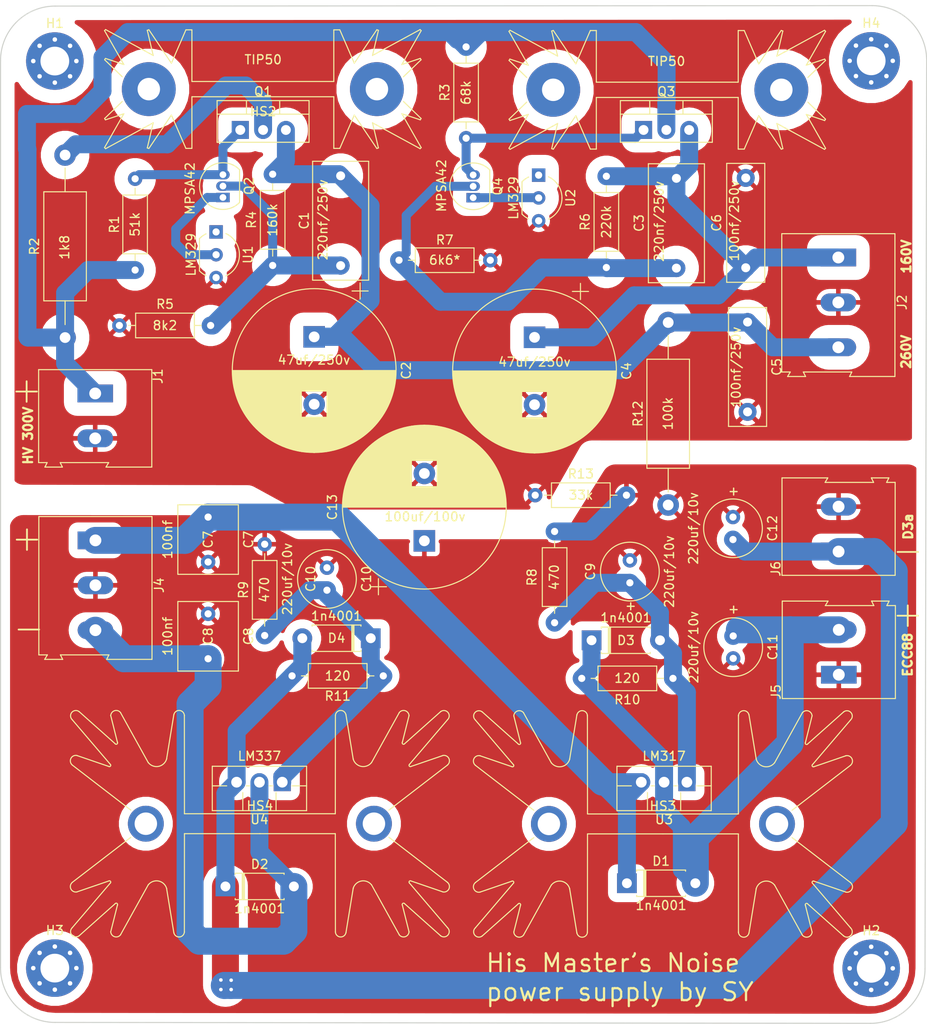
<source format=kicad_pcb>
(kicad_pcb (version 20210228) (generator pcbnew)
  (title_block (title "NMS PS") (date "2020-07-01") (rev "1.1"))
  (layers (0 "F.Cu" signal) (31 "B.Cu" signal) (34 "B.Paste" user) (35 "F.Paste" user) (36 "B.SilkS" user "B.Silkscreen") (37 "F.SilkS" user "F.Silkscreen") (38 "B.Mask" user) (39 "F.Mask" user) (44 "Edge.Cuts" user))
  (net 0 "")
  (net 1 "Net-(C1-Pad2)")
  (net 2 "Net-(C1-Pad1)")
  (net 3 "GND")
  (net 4 "Net-(C3-Pad2)")
  (net 5 "Net-(C3-Pad1)")
  (net 6 "Net-(C10-Pad1)")
  (net 7 "Net-(C7-Pad1)")
  (net 8 "Net-(C8-Pad2)")
  (net 9 "Net-(C9-Pad1)")
  (net 10 "Net-(C10-Pad2)")
  (net 11 "Net-(C11-Pad1)")
  (net 12 "Net-(C12-Pad2)")
  (net 13 "Net-(J1-Pad1)")
  (net 14 "Net-(Q1-Pad2)")
  (net 15 "Net-(Q1-Pad1)")
  (net 16 "Net-(Q2-Pad1)")
  (net 17 "Net-(Q3-Pad1)")
  (net 18 "Net-(Q4-Pad1)")
  (footprint "Capacitor_THT:C_Rect_L13.0mm_W6.0mm_P10.00mm_FKS3_FKP3_MKS4" (layer "F.Cu") (at 124.3076 46.7868 -90)
    (fp_text reference "C1" (at 4.99364 4.064 90) (layer "F.SilkS"))
    (fp_text value "220nf/250v" (at 4.89458 1.97612 90) (layer "F.SilkS"))
    (pad "1" thru_hole circle (at 0 0 270) (size 2 2) (drill 1) (layers *.Cu *.Mask) (net 2 "Net-(C1-Pad1)"))
    (pad "2" thru_hole circle (at 10 0 270) (size 2 2) (drill 1) (layers *.Cu *.Mask) (net 1 "Net-(C1-Pad2)"))
  )
  (footprint "Capacitor_THT:CP_Radial_D18.0mm_P7.50mm" (layer "F.Cu") (at 121.3612 64.7192 -90)
    (fp_text reference "C2" (at 3.75 -10.25 90) (layer "F.SilkS"))
    (fp_text value "47uf/250v" (at 2.57302 0.0254 180) (layer "F.SilkS"))
    (pad "1" thru_hole rect (at 0 0 270) (size 2.4 2.4) (drill 1.2) (layers *.Cu *.Mask) (net 2 "Net-(C1-Pad1)"))
    (pad "2" thru_hole circle (at 7.5 0 270) (size 2.4 2.4) (drill 1.2) (layers *.Cu *.Mask) (net 3 "GND"))
  )
  (footprint "Capacitor_THT:C_Rect_L13.0mm_W6.0mm_P10.00mm_FKS3_FKP3_MKS4" (layer "F.Cu") (at 161.6964 47.0662 -90)
    (fp_text reference "C3" (at 4.98094 4.1529 90) (layer "F.SilkS"))
    (fp_text value "220nf/250v" (at 4.79806 1.92024 90) (layer "F.SilkS"))
    (pad "1" thru_hole circle (at 0 0 270) (size 2 2) (drill 1) (layers *.Cu *.Mask) (net 5 "Net-(C3-Pad1)"))
    (pad "2" thru_hole circle (at 10 0 270) (size 2 2) (drill 1) (layers *.Cu *.Mask) (net 4 "Net-(C3-Pad2)"))
  )
  (footprint "Capacitor_THT:CP_Radial_D18.0mm_P7.50mm" (layer "F.Cu") (at 145.8976 64.77 -90)
    (fp_text reference "C4" (at 3.75 -10.25 90) (layer "F.SilkS"))
    (fp_text value "47uf/250v" (at 2.74828 0.01016 180) (layer "F.SilkS"))
    (pad "1" thru_hole rect (at 0 0 270) (size 2.4 2.4) (drill 1.2) (layers *.Cu *.Mask) (net 5 "Net-(C3-Pad1)"))
    (pad "2" thru_hole circle (at 7.5 0 270) (size 2.4 2.4) (drill 1.2) (layers *.Cu *.Mask) (net 3 "GND"))
  )
  (footprint "Capacitor_THT:C_Rect_L13.0mm_W4.0mm_P10.00mm_FKS3_FKP3_MKS4" (layer "F.Cu") (at 169.6212 63.0682 -90)
    (fp_text reference "C5" (at 5 -3.25 90) (layer "F.SilkS"))
    (fp_text value "100nf/250v" (at 5.01142 1.27762 90) (layer "F.SilkS"))
    (pad "1" thru_hole circle (at 0 0 270) (size 2 2) (drill 1) (layers *.Cu *.Mask) (net 2 "Net-(C1-Pad1)"))
    (pad "2" thru_hole circle (at 10 0 270) (size 2 2) (drill 1) (layers *.Cu *.Mask) (net 3 "GND"))
  )
  (footprint "Capacitor_THT:C_Rect_L7.5mm_W6.5mm_P5.00mm" (layer "F.Cu") (at 109.5502 84.7852 -90)
    (fp_text reference "C7" (at 2.5 -4.5 90) (layer "F.SilkS"))
    (fp_text value "100nf" (at 2.5 4.5 90) (layer "F.SilkS"))
    (fp_text user "${REFERENCE}" (at 2.5 0 90) (layer "F.SilkS"))
    (pad "1" thru_hole circle (at 0 0 270) (size 1.6 1.6) (drill 0.8) (layers *.Cu *.Mask) (net 7 "Net-(C7-Pad1)"))
    (pad "2" thru_hole circle (at 5 0 270) (size 1.6 1.6) (drill 0.8) (layers *.Cu *.Mask) (net 6 "Net-(C10-Pad1)"))
  )
  (footprint "Capacitor_THT:C_Rect_L7.5mm_W6.5mm_P5.00mm" (layer "F.Cu") (at 109.5502 95.5548 -90)
    (fp_text reference "C8" (at 2.5 -4.5 90) (layer "F.SilkS"))
    (fp_text value "100nf" (at 2.5 4.5 90) (layer "F.SilkS"))
    (fp_text user "${REFERENCE}" (at 2.5 0 90) (layer "F.SilkS"))
    (pad "1" thru_hole circle (at 0 0 270) (size 1.6 1.6) (drill 0.8) (layers *.Cu *.Mask) (net 6 "Net-(C10-Pad1)"))
    (pad "2" thru_hole circle (at 5 0 270) (size 1.6 1.6) (drill 0.8) (layers *.Cu *.Mask) (net 8 "Net-(C8-Pad2)"))
  )
  (footprint "Capacitor_THT:C_Radial_D6.3mm_H11.0mm_P2.50mm" (layer "F.Cu") (at 156.5148 92.1004 90)
    (fp_text reference "C9" (at 1.25 -4.4 90) (layer "F.SilkS"))
    (fp_text value "220uf/10v" (at 1.25 4.4 90) (layer "F.SilkS"))
    (pad "1" thru_hole circle (at 0 0 90) (size 1.6 1.6) (drill 0.8) (layers *.Cu *.Mask) (net 9 "Net-(C9-Pad1)"))
    (pad "2" thru_hole circle (at 2.5 0 90) (size 1.6 1.6) (drill 0.8) (layers *.Cu *.Mask) (net 6 "Net-(C10-Pad1)"))
  )
  (footprint "Capacitor_THT:C_Radial_D6.3mm_H11.0mm_P2.50mm" (layer "F.Cu") (at 122.7836 90.424 -90)
    (fp_text reference "C10" (at 1.25 -4.4 90) (layer "F.SilkS"))
    (fp_text value "220uf/10v" (at 1.25 4.4 90) (layer "F.SilkS"))
    (fp_text user "${REFERENCE}" (at 1.2446 1.81102 90) (layer "F.SilkS"))
    (pad "1" thru_hole circle (at 0 0 270) (size 1.6 1.6) (drill 0.8) (layers *.Cu *.Mask) (net 6 "Net-(C10-Pad1)"))
    (pad "2" thru_hole circle (at 2.5 0 270) (size 1.6 1.6) (drill 0.8) (layers *.Cu *.Mask) (net 10 "Net-(C10-Pad2)"))
  )
  (footprint "Capacitor_THT:C_Radial_D6.3mm_H11.0mm_P2.50mm" (layer "F.Cu") (at 167.9956 84.7852 -90)
    (fp_text reference "C12" (at 1.25 -4.4 90) (layer "F.SilkS"))
    (fp_text value "220uf/10v" (at 1.25 4.4 90) (layer "F.SilkS"))
    (pad "1" thru_hole circle (at 0 0 270) (size 1.6 1.6) (drill 0.8) (layers *.Cu *.Mask) (net 6 "Net-(C10-Pad1)"))
    (pad "2" thru_hole circle (at 2.5 0 270) (size 1.6 1.6) (drill 0.8) (layers *.Cu *.Mask) (net 12 "Net-(C12-Pad2)"))
  )
  (footprint "MountingHole:MountingHole_3.2mm_M3_Pad_Via" (layer "F.Cu") (at 183.388 33.9852)
    (fp_text reference "H4" (at 0 -4.2) (layer "F.SilkS"))
    (fp_text value "MountingHole")
    (pad "1" thru_hole circle (at 0 0) (size 6.4 6.4) (drill 3.2) (layers *.Cu *.Mask))
    (pad "1" thru_hole circle (at -1.697056 -1.697056) (size 0.8 0.8) (drill 0.5) (layers *.Cu *.Mask))
    (pad "1" thru_hole circle (at 2.4 0) (size 0.8 0.8) (drill 0.5) (layers *.Cu *.Mask))
    (pad "1" thru_hole circle (at 1.697056 -1.697056) (size 0.8 0.8) (drill 0.5) (layers *.Cu *.Mask))
    (pad "1" thru_hole circle (at -2.4 0) (size 0.8 0.8) (drill 0.5) (layers *.Cu *.Mask))
    (pad "1" thru_hole circle (at 0 -2.4) (size 0.8 0.8) (drill 0.5) (layers *.Cu *.Mask))
    (pad "1" thru_hole circle (at -1.697056 1.697056) (size 0.8 0.8) (drill 0.5) (layers *.Cu *.Mask))
    (pad "1" thru_hole circle (at 1.697056 1.697056) (size 0.8 0.8) (drill 0.5) (layers *.Cu *.Mask))
    (pad "1" thru_hole circle (at 0 2.4) (size 0.8 0.8) (drill 0.5) (layers *.Cu *.Mask))
  )
  (footprint "Heatsink:Heatsink_Fischer_SK104-STC-STIC_35x13mm_2xDrill2.5mm" (layer "F.Cu") (at 160.6804 37.211)
    (fp_text reference "HS1")
    (fp_text value "Heatsink")
    (pad "1" thru_hole circle (at 12.7 0) (size 6 6) (drill 2.5) (layers *.Cu *.Mask))
    (pad "1" thru_hole circle (at -12.7 0 180) (size 6 6) (drill 2.5) (layers *.Cu *.Mask))
  )
  (footprint "TerminalBlock:TerminalBlock_Altech_AK300-3_P5.00mm" (layer "F.Cu") (at 179.73 55.88 -90)
    (fp_text reference "J2" (at 5 -7.1 90) (layer "F.SilkS"))
    (fp_text value "Conn_01x03_Male" hide)
    (pad "1" thru_hole rect (at 0 0 270) (size 1.98 3.96) (drill 1.32) (layers *.Cu *.Mask) (net 5 "Net-(C3-Pad1)"))
    (pad "2" thru_hole oval (at 5 0 270) (size 1.98 3.96) (drill 1.32) (layers *.Cu *.Mask) (net 3 "GND"))
    (pad "3" thru_hole oval (at 10 0 270) (size 1.98 3.96) (drill 1.32) (layers *.Cu *.Mask) (net 2 "Net-(C1-Pad1)"))
  )
  (footprint "TerminalBlock:TerminalBlock_Altech_AK300-3_P5.00mm" (layer "F.Cu") (at 97.0026 87.376 -90)
    (fp_text reference "J4" (at 5 -7.1 90) (layer "F.SilkS"))
    (fp_text value "Conn_01x03_Male" hide)
    (pad "1" thru_hole rect (at 0 0 270) (size 1.98 3.96) (drill 1.32) (layers *.Cu *.Mask) (net 7 "Net-(C7-Pad1)"))
    (pad "2" thru_hole oval (at 5 0 270) (size 1.98 3.96) (drill 1.32) (layers *.Cu *.Mask) (net 6 "Net-(C10-Pad1)"))
    (pad "3" thru_hole oval (at 10 0 270) (size 1.98 3.96) (drill 1.32) (layers *.Cu *.Mask) (net 8 "Net-(C8-Pad2)"))
  )
  (footprint "TerminalBlock:TerminalBlock_Altech_AK300-2_P5.00mm" (layer "F.Cu") (at 179.7812 102.3366 90)
    (fp_text reference "J5" (at -1.92 -6.99 90) (layer "F.SilkS"))
    (fp_text value "ECC88" (at 2.2266 7.6688 90) (layer "F.SilkS") (effects (font (thickness 0.25))))
    (pad "1" thru_hole rect (at 0 0 90) (size 1.98 3.96) (drill 1.32) (layers *.Cu *.Mask) (net 6 "Net-(C10-Pad1)"))
    (pad "2" thru_hole oval (at 5 0 90) (size 1.98 3.96) (drill 1.32) (layers *.Cu *.Mask) (net 11 "Net-(C11-Pad1)"))
  )
  (footprint "TerminalBlock:TerminalBlock_Altech_AK300-2_P5.00mm" (layer "F.Cu") (at 179.7558 88.6206 90)
    (fp_text reference "J6" (at -1.92 -6.99 90) (layer "F.SilkS"))
    (fp_text value "D3a" (at 2.78 7.75 90) (layer "F.SilkS") (effects (font (thickness 0.25))))
    (pad "1" thru_hole rect (at 0 0 90) (size 1.98 3.96) (drill 1.32) (layers *.Cu *.Mask) (net 12 "Net-(C12-Pad2)"))
    (pad "2" thru_hole oval (at 5 0 90) (size 1.98 3.96) (drill 1.32) (layers *.Cu *.Mask) (net 6 "Net-(C10-Pad1)"))
  )
  (footprint "Package_TO_SOT_THT:TO-92_Inline" (layer "F.Cu") (at 111.2012 49.1998 90)
    (fp_text reference "Q2" (at 1.28524 2.92354 90) (layer "F.SilkS"))
    (fp_text value "MPSA42" (at 1.00076 -3.66268 90) (layer "F.SilkS"))
    (pad "1" thru_hole rect (at 0 0 90) (size 1.05 1.5) (drill 0.75) (layers *.Cu *.Mask) (net 16 "Net-(Q2-Pad1)"))
    (pad "2" thru_hole oval (at 1.27 0 90) (size 1.05 1.5) (drill 0.75) (layers *.Cu *.Mask) (net 1 "Net-(C1-Pad2)"))
    (pad "3" thru_hole oval (at 2.54 0 90) (size 1.05 1.5) (drill 0.75) (layers *.Cu *.Mask) (net 15 "Net-(Q1-Pad1)"))
  )
  (footprint "Package_TO_SOT_THT:TO-92_Inline" (layer "F.Cu") (at 139.065 49.2252 90)
    (fp_text reference "Q4" (at 1.2573 2.72542 90) (layer "F.SilkS"))
    (fp_text value "MPSA42" (at 1.33604 -3.52552 90) (layer "F.SilkS"))
    (pad "1" thru_hole rect (at 0 0 90) (size 1.05 1.5) (drill 0.75) (layers *.Cu *.Mask) (net 18 "Net-(Q4-Pad1)"))
    (pad "2" thru_hole oval (at 1.27 0 90) (size 1.05 1.5) (drill 0.75) (layers *.Cu *.Mask) (net 4 "Net-(C3-Pad2)"))
    (pad "3" thru_hole oval (at 2.54 0 90) (size 1.05 1.5) (drill 0.75) (layers *.Cu *.Mask) (net 17 "Net-(Q3-Pad1)"))
  )
  (footprint "Resistor_THT:R_Axial_DIN0207_L6.3mm_D2.5mm_P10.16mm_Horizontal" (layer "F.Cu") (at 138.2776 42.5958 90)
    (fp_text reference "R3" (at 5.08 -2.37 90) (layer "F.SilkS"))
    (fp_text value "68k" (at 5.06222 -0.00762 90) (layer "F.SilkS"))
    (pad "1" thru_hole circle (at 0 0 90) (size 1.6 1.6) (drill 0.8) (layers *.Cu *.Mask) (net 17 "Net-(Q3-Pad1)"))
    (pad "2" thru_hole oval (at 10.16 0 90) (size 1.6 1.6) (drill 0.8) (layers *.Cu *.Mask) (net 13 "Net-(J1-Pad1)"))
  )
  (footprint "Resistor_THT:R_Axial_DIN0207_L6.3mm_D2.5mm_P10.16mm_Horizontal" (layer "F.Cu") (at 116.7384 56.769 90)
    (fp_text reference "R4" (at 5.08 -2.37 90) (layer "F.SilkS"))
    (fp_text value "160k" (at 5.07238 -0.00762 90) (layer "F.SilkS"))
    (pad "1" thru_hole circle (at 0 0 90) (size 1.6 1.6) (drill 0.8) (layers *.Cu *.Mask) (net 1 "Net-(C1-Pad2)"))
    (pad "2" thru_hole oval (at 10.16 0 90) (size 1.6 1.6) (drill 0.8) (layers *.Cu *.Mask) (net 2 "Net-(C1-Pad1)"))
  )
  (footprint "Resistor_THT:R_Axial_DIN0207_L6.3mm_D2.5mm_P10.16mm_Horizontal" (layer "F.Cu") (at 99.6696 63.4492)
    (fp_text reference "R5" (at 5.08 -2.37) (layer "F.SilkS"))
    (fp_text value "8k2" (at 5.07238 0.00508) (layer "F.SilkS"))
    (pad "1" thru_hole circle (at 0 0) (size 1.6 1.6) (drill 0.8) (layers *.Cu *.Mask) (net 3 "GND"))
    (pad "2" thru_hole oval (at 10.16 0) (size 1.6 1.6) (drill 0.8) (layers *.Cu *.Mask) (net 1 "Net-(C1-Pad2)"))
  )
  (footprint "Resistor_THT:R_Axial_DIN0207_L6.3mm_D2.5mm_P10.16mm_Horizontal" (layer "F.Cu") (at 153.8986 56.9976 90)
    (fp_text reference "R6" (at 5.08 -2.37 90) (layer "F.SilkS"))
    (fp_text value "220k" (at 5.08254 0.00762 90) (layer "F.SilkS"))
    (pad "1" thru_hole circle (at 0 0 90) (size 1.6 1.6) (drill 0.8) (layers *.Cu *.Mask) (net 4 "Net-(C3-Pad2)"))
    (pad "2" thru_hole oval (at 10.16 0 90) (size 1.6 1.6) (drill 0.8) (layers *.Cu *.Mask) (net 5 "Net-(C3-Pad1)"))
  )
  (footprint "Resistor_THT:R_Axial_DIN0207_L6.3mm_D2.5mm_P10.16mm_Horizontal" (layer "F.Cu") (at 140.97 56.1848 180)
    (fp_text reference "R7" (at 5.07238 2.25806) (layer "F.SilkS"))
    (fp_text value "6k6*" (at 5.07746 0.01524) (layer "F.SilkS"))
    (pad "1" thru_hole circle (at 0 0 180) (size 1.6 1.6) (drill 0.8) (layers *.Cu *.Mask) (net 3 "GND"))
    (pad "2" thru_hole oval (at 10.16 0 180) (size 1.6 1.6) (drill 0.8) (layers *.Cu *.Mask) (net 4 "Net-(C3-Pad2)"))
  )
  (footprint "Resistor_THT:R_Axial_DIN0207_L6.3mm_D2.5mm_P10.16mm_Horizontal" (layer "F.Cu") (at 115.8494 97.9678 90)
    (fp_text reference "R9" (at 5.08 -2.37 90) (layer "F.SilkS"))
    (fp_text value "470" (at 5.09524 -0.0254 90) (layer "F.SilkS"))
    (pad "1" thru_hole circle (at 0 0 90) (size 1.6 1.6) (drill 0.8) (layers *.Cu *.Mask) (net 10 "Net-(C10-Pad2)"))
    (pad "2" thru_hole oval (at 10.16 0 90) (size 1.6 1.6) (drill 0.8) (layers *.Cu *.Mask) (net 6 "Net-(C10-Pad1)"))
  )
  (footprint "Package_TO_SOT_THT:TO-92_Inline_Wide" (layer "F.Cu") (at 146.3548 46.7106 -90)
    (fp_text reference "U2" (at 2.54 -3.56 90) (layer "F.SilkS"))
    (fp_text value "LM329" (at 2.54 2.79 90) (layer "F.SilkS"))
    (pad "1" thru_hole rect (at 0 0) (size 1.5 1.5) (drill 0.8) (layers *.Cu *.Mask))
    (pad "2" thru_hole circle (at 2.54 0) (size 1.5 1.5) (drill 0.8) (layers *.Cu *.Mask) (net 18 "Net-(Q4-Pad1)"))
    (pad "3" thru_hole circle (at 5.08 0) (size 1.5 1.5) (drill 0.8) (layers *.Cu *.Mask) (net 3 "GND"))
  )
  (footprint "Resistor_THT:R_Axial_DIN0207_L6.3mm_D2.5mm_P10.16mm_Horizontal" (layer "F.Cu") (at 148.1328 86.3854 -90)
    (fp_text reference "R8" (at 5.09778 2.52476 90) (layer "F.SilkS"))
    (fp_text value "470" (at 5.09778 0.03556 90) (layer "F.SilkS"))
    (pad "1" thru_hole circle (at 0 0 270) (size 1.6 1.6) (drill 0.8) (layers *.Cu *.Mask) (net 6 "Net-(C10-Pad1)"))
    (pad "2" thru_hole oval (at 10.16 0 270) (size 1.6 1.6) (drill 0.8) (layers *.Cu *.Mask) (net 9 "Net-(C9-Pad1)"))
  )
  (footprint "Package_TO_SOT_THT:TO-92_Inline_Wide" (layer "F.Cu") (at 110.4392 53.0352 -90)
    (fp_text reference "U1" (at 2.54 -3.56 90) (layer "F.SilkS"))
    (fp_text value "LM329" (at 2.52984 2.794 90) (layer "F.SilkS"))
    (pad "1" thru_hole rect (at 0 0) (size 1.5 1.5) (drill 0.8) (layers *.Cu *.Mask))
    (pad "2" thru_hole circle (at 2.54 0) (size 1.5 1.5) (drill 0.8) (layers *.Cu *.Mask) (net 16 "Net-(Q2-Pad1)"))
    (pad "3" thru_hole circle (at 5.08 0) (size 1.5 1.5) (drill 0.8) (layers *.Cu *.Mask) (net 3 "GND"))
  )
  (footprint "TerminalBlock:TerminalBlock_Altech_AK300-2_P5.00mm" (layer "F.Cu") (at 96.9772 71.0184 -90)
    (fp_text reference "J1" (at -1.92 -6.99 90) (layer "F.SilkS"))
    (fp_text value "HV 300V" (at 4.6916 7.4772 90) (layer "F.SilkS") (effects (font (thickness 0.25))))
    (pad "1" thru_hole rect (at 0 0 270) (size 1.98 3.96) (drill 1.32) (layers *.Cu *.Mask) (net 13 "Net-(J1-Pad1)"))
    (pad "2" thru_hole oval (at 5 0 270) (size 1.98 3.96) (drill 1.32) (layers *.Cu *.Mask) (net 3 "GND"))
  )
  (footprint "Heatsink:Heatsink_Fischer_SK104-STC-STIC_35x13mm_2xDrill2.5mm" (layer "F.Cu") (at 115.6462 37.1348 180)
    (fp_text reference "HS2" (at -0.025 -2.5) (layer "F.SilkS"))
    (fp_text value "Heatsink")
    (pad "1" thru_hole circle (at -12.7 0) (size 6 6) (drill 2.5) (layers *.Cu *.Mask))
    (pad "1" thru_hole circle (at 12.7 0 180) (size 6 6) (drill 2.5) (layers *.Cu *.Mask))
  )
  (footprint "Package_TO_SOT_THT:TO-220-3_Vertical" (layer "F.Cu") (at 158.0388 41.6814)
    (fp_text reference "Q3" (at 2.54 -4.27) (layer "F.SilkS"))
    (fp_text value "TIP50" (at 2.5654 -7.64286) (layer "F.SilkS"))
    (pad "1" thru_hole rect (at 0 0) (size 1.905 2) (drill 1.1) (layers *.Cu *.Mask) (net 17 "Net-(Q3-Pad1)"))
    (pad "2" thru_hole oval (at 2.54 0) (size 1.905 2) (drill 1.1) (layers *.Cu *.Mask) (net 13 "Net-(J1-Pad1)"))
    (pad "3" thru_hole oval (at 5.08 0) (size 1.905 2) (drill 1.1) (layers *.Cu *.Mask) (net 5 "Net-(C3-Pad1)"))
  )
  (footprint "Capacitor_THT:C_Radial_D6.3mm_H11.0mm_P2.50mm" (layer "F.Cu") (at 168.021 98.0186 -90)
    (fp_text reference "C11" (at 1.25 -4.4 90) (layer "F.SilkS"))
    (fp_text value "220uf/10v" (at 1.25 4.4 90) (layer "F.SilkS"))
    (pad "1" thru_hole circle (at 0 0 270) (size 1.6 1.6) (drill 0.8) (layers *.Cu *.Mask) (net 11 "Net-(C11-Pad1)"))
    (pad "2" thru_hole circle (at 2.5 0 270) (size 1.6 1.6) (drill 0.8) (layers *.Cu *.Mask) (net 6 "Net-(C10-Pad1)"))
  )
  (footprint "Diode_THT:D_DO-41_SOD81_P7.62mm_Horizontal" (layer "F.Cu") (at 111.4806 125.9078)
    (fp_text reference "D2" (at 3.81 -2.47) (layer "F.SilkS"))
    (fp_text value "1n4001" (at 3.81 2.47) (layer "F.SilkS"))
    (pad "1" thru_hole rect (at 0 0) (size 2.2 2.2) (drill 1.1) (layers *.Cu *.Mask) (net 12 "Net-(C12-Pad2)"))
    (pad "2" thru_hole oval (at 7.62 0) (size 2.2 2.2) (drill 1.1) (layers *.Cu *.Mask) (net 8 "Net-(C8-Pad2)"))
  )
  (footprint "Diode_THT:D_DO-41_SOD81_P7.62mm_Horizontal" (layer "F.Cu") (at 156.1846 125.5522)
    (fp_text reference "D1" (at 3.81 -2.47) (layer "F.SilkS"))
    (fp_text value "1n4001" (at 3.81 2.47) (layer "F.SilkS"))
    (pad "1" thru_hole rect (at 0 0) (size 2.2 2.2) (drill 1.1) (layers *.Cu *.Mask) (net 7 "Net-(C7-Pad1)"))
    (pad "2" thru_hole oval (at 7.62 0) (size 2.2 2.2) (drill 1.1) (layers *.Cu *.Mask) (net 11 "Net-(C11-Pad1)"))
  )
  (footprint "Heatsink:Heatsink_Fischer_SK129-STS_42x25mm_2xDrill2.5mm" (layer "F.Cu") (at 160.1978 118.9482)
    (fp_text reference "HS3" (at 0 -2) (layer "F.SilkS"))
    (fp_text value "Heatsink")
    (pad "1" thru_hole circle (at 12.7 0) (size 4 4) (drill 2.5) (layers *.Cu *.Mask))
    (pad "1" thru_hole circle (at -12.7 0 180) (size 4 4) (drill 2.5) (layers *.Cu *.Mask))
  )
  (footprint "Package_TO_SOT_THT:TO-220F-3_Vertical" (layer "F.Cu") (at 117.8052 114.3 180)
    (fp_text reference "U4" (at 2.54 -4.1675) (layer "F.SilkS"))
    (fp_text value "LM337" (at 2.54 2.9025) (layer "F.SilkS"))
    (pad "1" thru_hole rect (at 0 0 180) (size 1.905 2) (drill 1.2) (layers *.Cu *.Mask) (net 10 "Net-(C10-Pad2)"))
    (pad "2" thru_hole oval (at 2.54 0 180) (size 1.905 2) (drill 1.2) (layers *.Cu *.Mask) (net 8 "Net-(C8-Pad2)"))
    (pad "3" thru_hole oval (at 5.08 0 180) (size 1.905 2) (drill 1.2) (layers *.Cu *.Mask) (net 12 "Net-(C12-Pad2)"))
  )
  (footprint "Package_TO_SOT_THT:TO-220F-3_Vertical" (layer "F.Cu") (at 162.8648 114.3 180)
    (fp_text reference "U3" (at 2.54 -4.1675) (layer "F.SilkS"))
    (fp_text value "LM317" (at 2.54 2.9025) (layer "F.SilkS"))
    (pad "1" thru_hole rect (at 0 0 180) (size 1.905 2) (drill 1.2) (layers *.Cu *.Mask) (net 9 "Net-(C9-Pad1)"))
    (pad "2" thru_hole oval (at 2.54 0 180) (size 1.905 2) (drill 1.2) (layers *.Cu *.Mask) (net 11 "Net-(C11-Pad1)"))
    (pad "3" thru_hole oval (at 5.08 0 180) (size 1.905 2) (drill 1.2) (layers *.Cu *.Mask) (net 7 "Net-(C7-Pad1)"))
  )
  (footprint "Resistor_THT:R_Axial_DIN0207_L6.3mm_D2.5mm_P10.16mm_Horizontal" (layer "F.Cu") (at 118.8974 102.4636)
    (fp_text reference "R11" (at 5.08762 2.25044) (layer "F.SilkS"))
    (fp_text value "120" (at 5.08762 0) (layer "F.SilkS"))
    (pad "1" thru_hole circle (at 0 0) (size 1.6 1.6) (drill 0.8) (layers *.Cu *.Mask) (net 12 "Net-(C12-Pad2)"))
    (pad "2" thru_hole oval (at 10.16 0) (size 1.6 1.6) (drill 0.8) (layers *.Cu *.Mask) (net 10 "Net-(C10-Pad2)"))
  )
  (footprint "Diode_THT:D_DO-41_SOD81_P7.62mm_Horizontal" (layer "F.Cu") (at 127.6604 98.2726 180)
    (fp_text reference "D4" (at 3.80746 0.00762) (layer "F.SilkS"))
    (fp_text value "1n4001" (at 3.81 2.47) (layer "F.SilkS"))
    (pad "1" thru_hole rect (at 0 0 180) (size 2.2 2.2) (drill 1.1) (layers *.Cu *.Mask) (net 10 "Net-(C10-Pad2)"))
    (pad "2" thru_hole oval (at 7.62 0 180) (size 2.2 2.2) (drill 1.1) (layers *.Cu *.Mask) (net 12 "Net-(C12-Pad2)"))
  )
  (footprint "Resistor_THT:R_Axial_DIN0207_L6.3mm_D2.5mm_P10.16mm_Horizontal" (layer "F.Cu") (at 161.3154 102.743 180)
    (fp_text reference "R10" (at 5.08 -2.37) (layer "F.SilkS"))
    (fp_text value "120" (at 5.0927 0.02032) (layer "F.SilkS"))
    (pad "1" thru_hole circle (at 0 0 180) (size 1.6 1.6) (drill 0.8) (layers *.Cu *.Mask) (net 9 "Net-(C9-Pad1)"))
    (pad "2" thru_hole oval (at 10.16 0 180) (size 1.6 1.6) (drill 0.8) (layers *.Cu *.Mask) (net 11 "Net-(C11-Pad1)"))
  )
  (footprint "MountingHole:MountingHole_3.2mm_M3_Pad_Via" (layer "F.Cu") (at 92.4814 34.0106)
    (fp_text reference "H1" (at 0 -4.2) (layer "F.SilkS"))
    (fp_text value "MountingHole")
    (pad "1" thru_hole circle (at 1.697056 1.697056) (size 0.8 0.8) (drill 0.5) (layers *.Cu *.Mask))
    (pad "1" thru_hole circle (at 0 0) (size 6.4 6.4) (drill 3.2) (layers *.Cu *.Mask))
    (pad "1" thru_hole circle (at 1.697056 -1.697056) (size 0.8 0.8) (drill 0.5) (layers *.Cu *.Mask))
    (pad "1" thru_hole circle (at -1.697056 -1.697056) (size 0.8 0.8) (drill 0.5) (layers *.Cu *.Mask))
    (pad "1" thru_hole circle (at 0 -2.4) (size 0.8 0.8) (drill 0.5) (layers *.Cu *.Mask))
    (pad "1" thru_hole circle (at 2.4 0) (size 0.8 0.8) (drill 0.5) (layers *.Cu *.Mask))
    (pad "1" thru_hole circle (at -1.697056 1.697056) (size 0.8 0.8) (drill 0.5) (layers *.Cu *.Mask))
    (pad "1" thru_hole circle (at 0 2.4) (size 0.8 0.8) (drill 0.5) (layers *.Cu *.Mask))
    (pad "1" thru_hole circle (at -2.4 0) (size 0.8 0.8) (drill 0.5) (layers *.Cu *.Mask))
  )
  (footprint "MountingHole:MountingHole_3.2mm_M3_Pad_Via" (layer "F.Cu") (at 92.4814 135.001)
    (fp_text reference "H3" (at 0 -4.2) (layer "F.SilkS"))
    (fp_text value "MountingHole")
    (pad "1" thru_hole circle (at 0 2.4) (size 0.8 0.8) (drill 0.5) (layers *.Cu *.Mask))
    (pad "1" thru_hole circle (at 0 0) (size 6.4 6.4) (drill 3.2) (layers *.Cu *.Mask))
    (pad "1" thru_hole circle (at 2.4 0) (size 0.8 0.8) (drill 0.5) (layers *.Cu *.Mask))
    (pad "1" thru_hole circle (at 1.697056 1.697056) (size 0.8 0.8) (drill 0.5) (layers *.Cu *.Mask))
    (pad "1" thru_hole circle (at 1.697056 -1.697056) (size 0.8 0.8) (drill 0.5) (layers *.Cu *.Mask))
    (pad "1" thru_hole circle (at 0 -2.4) (size 0.8 0.8) (drill 0.5) (layers *.Cu *.Mask))
    (pad "1" thru_hole circle (at -2.4 0) (size 0.8 0.8) (drill 0.5) (layers *.Cu *.Mask))
    (pad "1" thru_hole circle (at -1.697056 -1.697056) (size 0.8 0.8) (drill 0.5) (layers *.Cu *.Mask))
    (pad "1" thru_hole circle (at -1.697056 1.697056) (size 0.8 0.8) (drill 0.5) (layers *.Cu *.Mask))
  )
  (footprint "MountingHole:MountingHole_3.2mm_M3_Pad_Via" (layer "F.Cu") (at 183.388 135.0264)
    (fp_text reference "H2" (at 0 -4.2) (layer "F.SilkS"))
    (fp_text value "MountingHole")
    (pad "1" thru_hole circle (at 0 -2.4) (size 0.8 0.8) (drill 0.5) (layers *.Cu *.Mask))
    (pad "1" thru_hole circle (at -1.697056 1.697056) (size 0.8 0.8) (drill 0.5) (layers *.Cu *.Mask))
    (pad "1" thru_hole circle (at -2.4 0) (size 0.8 0.8) (drill 0.5) (layers *.Cu *.Mask))
    (pad "1" thru_hole circle (at 0 0) (size 6.4 6.4) (drill 3.2) (layers *.Cu *.Mask))
    (pad "1" thru_hole circle (at 0 2.4) (size 0.8 0.8) (drill 0.5) (layers *.Cu *.Mask))
    (pad "1" thru_hole circle (at 2.4 0) (size 0.8 0.8) (drill 0.5) (layers *.Cu *.Mask))
    (pad "1" thru_hole circle (at 1.697056 1.697056) (size 0.8 0.8) (drill 0.5) (layers *.Cu *.Mask))
    (pad "1" thru_hole circle (at 1.697056 -1.697056) (size 0.8 0.8) (drill 0.5) (layers *.Cu *.Mask))
    (pad "1" thru_hole circle (at -1.697056 -1.697056) (size 0.8 0.8) (drill 0.5) (layers *.Cu *.Mask))
  )
  (footprint "Capacitor_THT:CP_Radial_D18.0mm_P7.50mm" (layer "F.Cu") (at 133.6294 87.4268 90)
    (fp_text reference "C13" (at 3.75 -10.25 90) (layer "F.SilkS"))
    (fp_text value "100uf/100v" (at 2.68224 0.0762 180) (layer "F.SilkS"))
    (pad "1" thru_hole rect (at 0 0 90) (size 2.4 2.4) (drill 1.2) (layers *.Cu *.Mask) (net 6 "Net-(C10-Pad1)"))
    (pad "2" thru_hole circle (at 7.5 0 90) (size 2.4 2.4) (drill 1.2) (layers *.Cu *.Mask) (net 3 "GND"))
  )
  (footprint "Resistor_THT:R_Axial_DIN0414_L11.9mm_D4.5mm_P20.32mm_Horizontal" (layer "F.Cu") (at 160.782 83.439 90)
    (fp_text reference "R12" (at 10.16 -3.37 90) (layer "F.SilkS"))
    (fp_text value "100k" (at 10.17778 -0.0127 90) (layer "F.SilkS"))
    (pad "1" thru_hole circle (at 0 0 90) (size 2.4 2.4) (drill 1.2) (layers *.Cu *.Mask) (net 6 "Net-(C10-Pad1)"))
    (pad "2" thru_hole oval (at 20.32 0 90) (size 2.4 2.4) (drill 1.2) (layers *.Cu *.Mask) (net 2 "Net-(C1-Pad1)"))
  )
  (footprint "Resistor_THT:R_Axial_DIN0207_L6.3mm_D2.5mm_P10.16mm_Horizontal" (layer "F.Cu") (at 145.9738 82.3468)
    (fp_text reference "R13" (at 5.08 -2.37) (layer "F.SilkS"))
    (fp_text value "33k" (at 5.09778 -0.00762) (layer "F.SilkS"))
    (pad "1" thru_hole circle (at 0 0) (size 1.6 1.6) (drill 0.8) (layers *.Cu *.Mask) (net 3 "GND"))
    (pad "2" thru_hole oval (at 10.16 0) (size 1.6 1.6) (drill 0.8) (layers *.Cu *.Mask) (net 6 "Net-(C10-Pad1)"))
  )
  (footprint "Diode_THT:D_DO-41_SOD81_P7.62mm_Horizontal" (layer "F.Cu") (at 152.2476 98.5012)
    (fp_text reference "D3" (at 3.82778 0.01524) (layer "F.SilkS"))
    (fp_text value "1n4001" (at 3.82778 -2.51206) (layer "F.SilkS"))
    (pad "1" thru_hole rect (at 0 0) (size 2.2 2.2) (drill 1.1) (layers *.Cu *.Mask) (net 11 "Net-(C11-Pad1)"))
    (pad "2" thru_hole oval (at 7.62 0) (size 2.2 2.2) (drill 1.1) (layers *.Cu *.Mask) (net 9 "Net-(C9-Pad1)"))
  )
  (footprint "Heatsink:Heatsink_Fischer_SK129-STS_42x25mm_2xDrill2.5mm" (layer "F.Cu") (at 115.316 118.9228)
    (fp_text reference "HS4" (at 0 -2) (layer "F.SilkS"))
    (fp_text value "Heatsink")
    (pad "1" thru_hole circle (at -12.7 0 180) (size 4 4) (drill 2.5) (layers *.Cu *.Mask))
    (pad "1" thru_hole circle (at 12.7 0) (size 4 4) (drill 2.5) (layers *.Cu *.Mask))
  )
  (footprint "Resistor_THT:R_Axial_DIN0414_L11.9mm_D4.5mm_P20.32mm_Horizontal" (layer "F.Cu") (at 93.6244 44.4754 -90)
    (fp_text reference "R2" (at 10.1727 3.4163 90) (layer "F.SilkS"))
    (fp_text value "1k8" (at 10.27176 0.05334 90) (layer "F.SilkS"))
    (pad "1" thru_hole circle (at 0 0 270) (size 2.4 2.4) (drill 1.2) (layers *.Cu *.Mask) (net 14 "Net-(Q1-Pad2)"))
    (pad "2" thru_hole oval (at 20.32 0 270) (size 2.4 2.4) (drill 1.2) (layers *.Cu *.Mask) (net 13 "Net-(J1-Pad1)"))
  )
  (footprint "Package_TO_SOT_THT:TO-220-3_Vertical" (layer "F.Cu") (at 113.1316 41.6814)
    (fp_text reference "Q1" (at 2.54 -4.27) (layer "F.SilkS"))
    (fp_text value "TIP50" (at 2.54762 -7.82574) (layer "F.SilkS"))
    (pad "1" thru_hole rect (at 0 0) (size 1.905 2) (drill 1.1) (layers *.Cu *.Mask) (net 15 "Net-(Q1-Pad1)"))
    (pad "2" thru_hole oval (at 2.54 0) (size 1.905 2) (drill 1.1) (layers *.Cu *.Mask) (net 14 "Net-(Q1-Pad2)"))
    (pad "3" thru_hole oval (at 5.08 0) (size 1.905 2) (drill 1.1) (layers *.Cu *.Mask) (net 2 "Net-(C1-Pad1)"))
  )
  (footprint "Resistor_THT:R_Axial_DIN0207_L6.3mm_D2.5mm_P10.16mm_Horizontal" (layer "F.Cu") (at 101.4222 47.117 -90)
    (fp_text reference "R1" (at 5.09016 2.31394 90) (layer "F.SilkS"))
    (fp_text value "51k" (at 5.08 0.01016 90) (layer "F.SilkS"))
    (pad "1" thru_hole circle (at 0 0 270) (size 1.6 1.6) (drill 0.8) (layers *.Cu *.Mask) (net 15 "Net-(Q1-Pad1)"))
    (pad "2" thru_hole oval (at 10.16 0 270) (size 1.6 1.6) (drill 0.8) (layers *.Cu *.Mask) (net 13 "Net-(J1-Pad1)"))
  )
  (footprint "Capacitor_THT:C_Rect_L13.0mm_W4.0mm_P10.00mm_FKS3_FKP3_MKS4" (layer "F.Cu") (at 169.418 57.023 90)
    (fp_text reference "C6" (at 5 -3.25 90) (layer "F.SilkS"))
    (fp_text value "100nf/250v" (at 5.22986 -1.27 90) (layer "F.SilkS"))
    (pad "1" thru_hole circle (at 0 0 90) (size 2 2) (drill 1) (layers *.Cu *.Mask) (net 5 "Net-(C3-Pad1)"))
    (pad "2" thru_hole circle (at 10 0 90) (size 2 2) (drill 1) (layers *.Cu *.Mask) (net 3 "GND"))
  )
  (gr_arc (start 183.4896 33.909) (end 189.5602 33.909) (angle -90) (layer "Edge.Cuts") (width 0.12))
  (gr_arc (start 183.3118 135.0772) (end 183.3118 141.1478) (angle -90) (layer "Edge.Cuts") (width 0.12))
  (gr_arc (start 92.5068 134.9756) (end 86.4362 134.9756) (angle -90) (layer "Edge.Cuts") (width 0.12))
  (gr_line (start 92.5068 27.8892) (end 183.4896 27.8384) (layer "Edge.Cuts") (width 0.12))
  (gr_line (start 189.5602 33.909) (end 189.3824 135.0772) (layer "Edge.Cuts") (width 0.12))
  (gr_line (start 183.3118 141.1478) (end 92.5068 141.0462) (layer "Edge.Cuts") (width 0.12))
  (gr_line (start 86.4362 134.9756) (end 86.4362 33.9598) (layer "Edge.Cuts") (width 0.12))
  (gr_arc (start 92.5068 33.9598) (end 92.5068 27.8892) (angle -90) (layer "Edge.Cuts") (width 0.12))
  (gr_text "+" (at 89.34 70.57) (layer "F.SilkS") (effects (font (size 3 3) (thickness 0.2))))
  (gr_text "+" (at 187.46 95.53) (layer "F.SilkS") (effects (font (size 3 3) (thickness 0.2))))
  (gr_text "-" (at 187.47 88.43) (layer "F.SilkS") (effects (font (size 3 3) (thickness 0.2))))
  (gr_text "+" (at 168.07 81.87) (layer "F.SilkS") (effects (font (size 1 1))))
  (gr_text "+" (at 168.07 95.01) (layer "F.SilkS") (effects (font (size 1 1))))
  (gr_text "+" (at 156.61 94.64) (layer "F.SilkS") (effects (font (size 1 1))))
  (gr_text "-" (at 89.59 97.07) (layer "F.SilkS") (effects (font (size 3 3) (thickness 0.2))))
  (gr_text "160V" (at 187.3 55.77 90) (layer "F.SilkS") (effects (font (size 1 1) (thickness 0.25))))
  (gr_text "+" (at 89.38 87.06) (layer "F.SilkS") (effects (font (size 3 3) (thickness 0.2))))
  (gr_text "His Master’s Noise \npower supply by SY" (at 155.39974 136.0424) (layer "F.SilkS") (effects (font (size 2 2) (thickness 0.25))))
  (gr_text "260V" (at 187.28 66.38 90) (layer "F.SilkS") (effects (font (size 1 1) (thickness 0.25))))
  (segment (start 113.4618 47.9298) (end 111.2012 47.9298) (width 1) (layer "B.Cu") (net 1))
  (segment (start 109.8296 63.4492) (end 110.0582 63.4492) (width 2) (layer "B.Cu") (net 1))
  (segment (start 116.7384 56.769) (end 116.7384 51.2064) (width 1) (layer "B.Cu") (net 1))
  (segment (start 110.0582 63.4492) (end 116.7384 56.769) (width 2) (layer "B.Cu") (net 1))
  (segment (start 116.7384 51.2064) (end 113.4618 47.9298) (width 1) (layer "B.Cu") (net 1))
  (segment (start 116.7384 56.769) (end 124.2898 56.769) (width 2) (layer "B.Cu") (net 1))
  (segment (start 124.2898 56.769) (end 124.3076 56.7868) (width 2) (layer "B.Cu") (net 1))
  (segment (start 124.3076 46.7868) (end 127.635 50.1142) (width 2) (layer "B.Cu") (net 2))
  (segment (start 160.782 63.119) (end 169.5704 63.119) (width 2) (layer "B.Cu") (net 2))
  (segment (start 118.2116 41.6814) (end 118.2116 45.1358) (width 2) (layer "B.Cu") (net 2))
  (segment (start 118.2116 45.1358) (end 116.7384 46.609) (width 2) (layer "B.Cu") (net 2))
  (segment (start 127.635 50.1142) (end 127.635 60.6806) (width 2) (layer "B.Cu") (net 2))
  (segment (start 169.5704 63.119) (end 169.6212 63.0682) (width 2) (layer "B.Cu") (net 2))
  (segment (start 127.635 60.6806) (end 123.6218 64.6938) (width 2) (layer "B.Cu") (net 2))
  (segment (start 124.1298 46.609) (end 124.3076 46.7868) (width 2) (layer "B.Cu") (net 2))
  (segment (start 121.3612 64.7192) (end 124.5612 64.7192) (width 2) (layer "B.Cu") (net 2))
  (segment (start 116.7384 46.609) (end 124.1298 46.609) (width 2) (layer "B.Cu") (net 2))
  (segment (start 121.3866 64.6938) (end 121.3612 64.7192) (width 2) (layer "B.Cu") (net 2))
  (segment (start 123.6218 64.6938) (end 121.3866 64.6938) (width 2) (layer "B.Cu") (net 2))
  (segment (start 128.2696 68.4276) (end 155.4734 68.4276) (width 2) (layer "B.Cu") (net 2))
  (segment (start 124.5612 64.7192) (end 128.2696 68.4276) (width 2) (layer "B.Cu") (net 2))
  (segment (start 155.4734 68.4276) (end 160.782 63.119) (width 2) (layer "B.Cu") (net 2))
  (segment (start 172.433 65.88) (end 169.6212 63.0682) (width 2) (layer "B.Cu") (net 2))
  (segment (start 179.73 65.88) (end 172.433 65.88) (width 2) (layer "B.Cu") (net 2))
  (segment (start 130.81 56.1848) (end 131.609999 55.384801) (width 1) (layer "B.Cu") (net 4))
  (segment (start 131.609999 55.384801) (end 131.609999 51.193801) (width 1) (layer "B.Cu") (net 4))
  (segment (start 153.8986 56.9976) (end 146.7358 56.9976) (width 2) (layer "B.Cu") (net 4))
  (segment (start 142.9258 60.8076) (end 135.4328 60.8076) (width 2) (layer "B.Cu") (net 4))
  (segment (start 135.4328 60.8076) (end 130.81 56.1848) (width 2) (layer "B.Cu") (net 4))
  (segment (start 153.9672 57.0662) (end 153.8986 56.9976) (width 2) (layer "B.Cu") (net 4))
  (segment (start 161.6964 57.0662) (end 153.9672 57.0662) (width 2) (layer "B.Cu") (net 4))
  (segment (start 131.609999 51.193801) (end 134.8486 47.9552) (width 1) (layer "B.Cu") (net 4))
  (segment (start 146.7358 56.9976) (end 142.9258 60.8076) (width 2) (layer "B.Cu") (net 4))
  (segment (start 134.8486 47.9552) (end 139.065 47.9552) (width 1) (layer "B.Cu") (net 4))
  (segment (start 170.561 55.88) (end 169.418 57.023) (width 2) (layer "B.Cu") (net 5))
  (segment (start 161.6964 47.0662) (end 161.6964 49.3014) (width 2) (layer "B.Cu") (net 5))
  (segment (start 179.73 55.88) (end 170.561 55.88) (width 2) (layer "B.Cu") (net 5))
  (segment (start 163.1188 41.6814) (end 163.1188 45.6438) (width 2) (layer "B.Cu") (net 5))
  (segment (start 153.8986 46.8376) (end 161.4678 46.8376) (width 2) (layer "B.Cu") (net 5))
  (segment (start 166.3446 60.0964) (end 169.418 57.023) (width 2) (layer "B.Cu") (net 5))
  (segment (start 163.1188 45.6438) (end 161.6964 47.0662) (width 2) (layer "B.Cu") (net 5))
  (segment (start 156.9974 60.0964) (end 166.3446 60.0964) (width 2) (layer "B.Cu") (net 5))
  (segment (start 145.8976 64.77) (end 152.3238 64.77) (width 2) (layer "B.Cu") (net 5))
  (segment (start 152.3238 64.77) (end 156.9974 60.0964) (width 2) (layer "B.Cu") (net 5))
  (segment (start 161.4678 46.8376) (end 161.6964 47.0662) (width 2) (layer "B.Cu") (net 5))
  (segment (start 161.6964 49.3014) (end 169.418 57.023) (width 2) (layer "B.Cu") (net 5))
  (segment (start 148.1328 86.3854) (end 152.0952 86.3854) (width 2) (layer "B.Cu") (net 6))
  (segment (start 152.0952 86.3854) (end 156.1338 82.3468) (width 2) (layer "B.Cu") (net 6))
  (segment (start 156.1846 125.5522) (end 156.1846 117.2464) (width 2) (layer "B.Cu") (net 7))
  (segment (start 153.4668 114.3) (end 153.4668 114.5286) (width 2) (layer "B.Cu") (net 7))
  (segment (start 106.9594 87.376) (end 109.5502 84.7852) (width 3) (layer "B.Cu") (net 7))
  (segment (start 123.952 84.7852) (end 153.4668 114.3) (width 3) (layer "B.Cu") (net 7))
  (segment (start 97.0026 87.376) (end 106.9594 87.376) (width 3) (layer "B.Cu") (net 7))
  (segment (start 156.1846 117.2464) (end 156.1846 115.9002) (width 2) (layer "B.Cu") (net 7))
  (segment (start 153.4668 114.3) (end 157.7848 114.3) (width 2) (layer "B.Cu") (net 7))
  (segment (start 109.5502 84.7852) (end 123.952 84.7852) (width 3) (layer "B.Cu") (net 7))
  (segment (start 156.1846 115.9002) (end 157.7848 114.3) (width 2) (layer "B.Cu") (net 7))
  (segment (start 153.4668 114.5286) (end 156.1846 117.2464) (width 2) (layer "B.Cu") (net 7))
  (segment (start 107.5436 130.9624) (end 108.585 132.0038) (width 3) (layer "B.Cu") (net 8))
  (segment (start 108.585 132.0038) (end 117.9322 132.0038) (width 3) (layer "B.Cu") (net 8))
  (segment (start 100.1814 100.5548) (end 97.0026 97.376) (width 3) (layer "B.Cu") (net 8))
  (segment (start 115.2652 122.0724) (end 115.2652 114.3) (width 2) (layer "B.Cu") (net 8))
  (segment (start 119.1006 130.8354) (end 119.1006 125.9078) (width 3) (layer "B.Cu") (net 8))
  (segment (start 109.5502 100.5548) (end 109.5502 103.5812) (width 3) (layer "B.Cu") (net 8))
  (segment (start 109.5502 103.5812) (end 107.5436 105.5878) (width 3) (layer "B.Cu") (net 8))
  (segment (start 119.1006 125.9078) (end 115.2652 122.0724) (width 2) (layer "B.Cu") (net 8))
  (segment (start 109.5502 100.5548) (end 100.1814 100.5548) (width 3) (layer "B.Cu") (net 8))
  (segment (start 107.5436 105.5878) (end 107.5436 130.9624) (width 3) (layer "B.Cu") (net 8))
  (segment (start 117.9322 132.0038) (end 119.1006 130.8354) (width 3) (layer "B.Cu") (net 8))
  (segment (start 159.8676 95.4532) (end 156.5148 92.1004) (width 2) (layer "B.Cu") (net 9))
  (segment (start 161.3154 102.743) (end 161.3154 99.949) (width 2) (layer "B.Cu") (net 9))
  (segment (start 161.3154 99.949) (end 159.8676 98.5012) (width 2) (layer "B.Cu") (net 9))
  (segment (start 152.5778 92.1004) (end 156.5148 92.1004) (width 2) (layer "B.Cu") (net 9))
  (segment (start 159.8676 98.5012) (end 159.8676 95.4532) (width 2) (layer "B.Cu") (net 9))
  (segment (start 148.1328 96.5454) (end 152.5778 92.1004) (width 2) (layer "B.Cu") (net 9))
  (segment (start 162.8648 114.3) (end 162.8648 104.2924) (width 2) (layer "B.Cu") (net 9))
  (segment (start 162.8648 104.2924) (end 161.3154 102.743) (width 2) (layer "B.Cu") (net 9))
  (segment (start 127.6604 98.2726) (end 127.6604 101.0666) (width 2) (layer "B.Cu") (net 10))
  (segment (start 122.7836 92.924) (end 122.7836 93.3958) (width 2) (layer "B.Cu") (net 10))
  (segment (start 122.7836 93.3958) (end 127.6604 98.2726) (width 2) (layer "B.Cu") (net 10))
  (segment (start 127.6604 101.0666) (end 129.0574 102.4636) (width 2) (layer "B.Cu") (net 10))
  (segment (start 117.8052 114.3) (end 117.8052 113.7158) (width 2) (layer "B.Cu") (net 10))
  (segment (start 117.8052 113.7158) (end 129.0574 102.4636) (width 2) (layer "B.Cu") (net 10))
  (segment (start 115.8494 97.9678) (end 120.8932 92.924) (width 2) (layer "B.Cu") (net 10))
  (segment (start 120.8932 92.924) (end 122.7836 92.924) (width 2) (layer "B.Cu") (net 10))
  (segment (start 179.7812 97.3366) (end 174.3672 97.3366) (width 3) (layer "B.Cu") (net 11))
  (segment (start 162.306 119.2812) (end 162.306 124.0536) (width 2) (layer "B.Cu") (net 11))
  (segment (start 168.703 97.3366) (end 168.021 98.0186) (width 2) (layer "B.Cu") (net 11))
  (segment (start 174.3672 109.935) (end 174.3672 97.3366) (width 3) (layer "B.Cu") (net 11))
  (segment (start 160.3248 117.3) (end 162.306 119.2812) (width 2) (layer "B.Cu") (net 11))
  (segment (start 162.306 124.0536) (end 163.8046 125.5522) (width 2) (layer "B.Cu") (net 11))
  (segment (start 163.8046 120.4976) (end 174.3672 109.935) (width 3) (layer "B.Cu") (net 11))
  (segment (start 151.1554 102.743) (end 160.3248 111.9124) (width 2) (layer "B.Cu") (net 11))
  (segment (start 152.2476 98.5012) (end 152.2476 101.6508) (width 2) (layer "B.Cu") (net 11))
  (segment (start 163.8046 125.5522) (end 163.8046 120.4976) (width 3) (layer "B.Cu") (net 11))
  (segment (start 160.3248 111.9124) (end 160.3248 114.3) (width 2) (layer "B.Cu") (net 11))
  (segment (start 152.2476 101.6508) (end 151.1554 102.743) (width 2) (layer "B.Cu") (net 11))
  (segment (start 160.3248 114.3) (end 160.3248 117.3) (width 2) (layer "B.Cu") (net 11))
  (segment (start 174.3672 97.3366) (end 168.703 97.3366) (width 3) (layer "B.Cu") (net 11))
  (segment (start 111.4806 136.398) (end 111.4806 136.8044) (width 3) (layer "F.Cu") (net 12))
  (segment (start 111.4806 136.8044) (end 111.3536 136.9314) (width 2) (layer "F.Cu") (net 12))
  (segment (start 111.4806 125.9078) (end 111.4806 136.398) (width 3) (layer "F.Cu") (net 12))
  (via (at 110.9726 136.3218) (size 0.8) (drill 0.4) (layers "F.Cu" "B.Cu") (net 12))
  (via (at 112.1156 137.3886) (size 0.8) (drill 0.4) (layers "F.Cu" "B.Cu") (net 12))
  (via (at 112.1156 136.3472) (size 0.8) (drill 0.4) (layers "F.Cu" "B.Cu") (net 12))
  (via (at 110.9726 137.3886) (size 0.8) (drill 0.4) (layers "F.Cu" "B.Cu") (net 12))
  (segment (start 111.3536 136.9314) (end 111.3536 136.9314) (width 2) (layer "B.Cu") (net 12))
  (segment (start 112.0902 136.9314) (end 111.3536 136.9314) (width 3) (layer "B.Cu") (net 12))
  (segment (start 111.3536 136.9314) (end 111.3536 136.9314) (width 3) (layer "B.Cu") (net 12))
  (segment (start 120.0404 98.2726) (end 120.0404 101.3206) (width 2) (layer "B.Cu") (net 12))
  (segment (start 167.894 136.9314) (end 112.0902 136.9314) (width 3) (layer "B.Cu") (net 12))
  (segment (start 169.331 88.6206) (end 167.9956 87.2852) (width 2) (layer "B.Cu") (net 12))
  (segment (start 183.7358 88.6206) (end 185.9534 90.8382) (width 3) (layer "B.Cu") (net 12))
  (segment (start 112.7252 114.3) (end 112.7252 108.6358) (width 2) (layer "B.Cu") (net 12))
  (segment (start 111.4806 125.9078) (end 111.4806 115.5446) (width 2) (layer "B.Cu") (net 12))
  (segment (start 111.4806 115.5446) (end 112.7252 114.3) (width 2) (layer "B.Cu") (net 12))
  (segment (start 120.0404 101.3206) (end 118.8974 102.4636) (width 2) (layer "B.Cu") (net 12))
  (segment (start 179.7558 88.6206) (end 169.331 88.6206) (width 2) (layer "B.Cu") (net 12))
  (segment (start 185.9534 118.872) (end 167.894 136.9314) (width 3) (layer "B.Cu") (net 12))
  (segment (start 179.7558 88.6206) (end 183.7358 88.6206) (width 3) (layer "B.Cu") (net 12))
  (segment (start 112.7252 108.6358) (end 118.8974 102.4636) (width 2) (layer "B.Cu") (net 12))
  (segment (start 185.9534 90.8382) (end 185.9534 118.872) (width 3) (layer "B.Cu") (net 12))
  (segment (start 139.9286 30.7848) (end 138.2776 32.4358) (width 2) (layer "B.Cu") (net 13))
  (segment (start 137.477601 31.635801) (end 137.299801 31.635801) (width 2) (layer "B.Cu") (net 13))
  (segment (start 137.299801 31.635801) (end 136.4488 30.7848) (width 2) (layer "B.Cu") (net 13))
  (segment (start 157.1752 30.7848) (end 140.9446 30.7848) (width 2) (layer "B.Cu") (net 13))
  (segment (start 95.2246 39.9034) (end 89.3826 39.9034) (width 2) (layer "B.Cu") (net 13))
  (segment (start 140.9446 30.7848) (end 136.4488 30.7848) (width 2) (layer "B.Cu") (net 13))
  (segment (start 89.4842 64.7954) (end 93.6244 64.7954) (width 2) (layer "B.Cu") (net 13))
  (segment (start 96.1898 57.277) (end 101.4222 57.277) (width 2) (layer "B.Cu") (net 13))
  (segment (start 160.5788 41.6814) (end 160.5788 38.6814) (width 2) (layer "B.Cu") (net 13))
  (segment (start 97.79 33.6042) (end 97.79 37.338) (width 2) (layer "B.Cu") (net 13))
  (segment (start 89.3826 39.9034) (end 89.3826 43.785602) (width 2) (layer "B.Cu") (net 13))
  (segment (start 160.6042 38.656) (end 160.6042 34.2138) (width 2) (layer "B.Cu") (net 13))
  (segment (start 100.6094 30.7848) (end 97.79 33.6042) (width 2) (layer "B.Cu") (net 13))
  (segment (start 93.6244 67.6656) (end 96.9772 71.0184) (width 2) (layer "B.Cu") (net 13))
  (segment (start 89.3826 43.785602) (end 89.4334 43.836402) (width 2) (layer "B.Cu") (net 13))
  (segment (start 93.6244 59.8424) (end 96.1898 57.277) (width 2) (layer "B.Cu") (net 13))
  (segment (start 93.6244 64.7954) (end 93.6244 59.8424) (width 2) (layer "B.Cu") (net 13))
  (segment (start 89.4334 64.7446) (end 89.4842 64.7954) (width 2) (layer "B.Cu") (net 13))
  (segment (start 160.5788 38.6814) (end 160.6042 38.656) (width 2) (layer "B.Cu") (net 13))
  (segment (start 93.6244 64.7954) (end 93.6244 67.6656) (width 2) (layer "B.Cu") (net 13))
  (segment (start 138.2776 32.4358) (end 137.477601 31.635801) (width 2) (layer "B.Cu") (net 13))
  (segment (start 160.6042 34.2138) (end 157.1752 30.7848) (width 2) (layer "B.Cu") (net 13))
  (segment (start 136.4488 30.7848) (end 100.6094 30.7848) (width 2) (layer "B.Cu") (net 13))
  (segment (start 140.9446 30.7848) (end 139.9286 30.7848) (width 2) (layer "B.Cu") (net 13))
  (segment (start 89.4334 43.836402) (end 89.4334 64.7446) (width 2) (layer "B.Cu") (net 13))
  (segment (start 97.79 37.338) (end 95.2246 39.9034) (width 2) (layer "B.Cu") (net 13))
  (segment (start 111.5568 36.7284) (end 113.7186 36.7284) (width 2) (layer "B.Cu") (net 14))
  (segment (start 105.009799 43.275401) (end 111.5568 36.7284) (width 2) (layer "B.Cu") (net 14))
  (segment (start 94.824399 43.275401) (end 105.009799 43.275401) (width 2) (layer "B.Cu") (net 14))
  (segment (start 113.7186 36.7284) (end 115.6716 38.6814) (width 2) (layer "B.Cu") (net 14))
  (segment (start 115.6716 38.6814) (end 115.6716 41.6814) (width 2) (layer "B.Cu") (net 14))
  (segment (start 93.6244 44.4754) (end 94.824399 43.275401) (width 2) (layer "B.Cu") (net 14))
  (segment (start 101.8794 46.6598) (end 101.4222 47.117) (width 1) (layer "B.Cu") (net 15))
  (segment (start 111.2012 46.6598) (end 101.8794 46.6598) (width 1) (layer "B.Cu") (net 15))
  (segment (start 111.2012 43.6118) (end 113.1316 41.6814) (width 1) (layer "B.Cu") (net 15))
  (segment (start 111.2012 46.6598) (end 111.2012 43.6118) (width 1) (layer "B.Cu") (net 15))
  (segment (start 111.2012 49.1998) (end 109.4512 49.1998) (width 1) (layer "B.Cu") (net 16))
  (segment (start 107.2134 55.5752) (end 105.9434 54.3052) (width 1) (layer "B.Cu") (net 16))
  (segment (start 109.4512 49.1998) (end 105.9434 52.7076) (width 1) (layer "B.Cu") (net 16))
  (segment (start 105.9434 52.7076) (end 105.9434 54.3052) (width 1) (layer "B.Cu") (net 16))
  (segment (start 110.4392 55.5752) (end 107.2134 55.5752) (width 1) (layer "B.Cu") (net 16))
  (segment (start 138.2776 42.5958) (end 157.1244 42.5958) (width 1) (layer "B.Cu") (net 17))
  (segment (start 138.2776 42.5958) (end 138.2776 45.8978) (width 1) (layer "B.Cu") (net 17))
  (segment (start 138.2776 45.8978) (end 139.065 46.6852) (width 1) (layer "B.Cu") (net 17))
  (segment (start 157.1244 42.5958) (end 158.0388 41.6814) (width 1) (layer "B.Cu") (net 17))
  (segment (start 146.3294 49.2252) (end 146.3548 49.2506) (width 1) (layer "B.Cu") (net 18))
  (segment (start 139.065 49.2252) (end 146.3294 49.2252) (width 1) (layer "B.Cu") (net 18))
  (zone (net 6) (net_name "Net-(C10-Pad1)") (layer "F.Cu") (connect_pads (clearance 1)) (min_thickness 0.5) (fill yes (thermal_gap 0.508) (thermal_bridge_width 0.508) (smoothing fillet) (radius 1.5))
    (polygon (pts (xy 87.4522 84.5566) (xy 114.1984 84.582) (xy 119.4054 87.249) (xy 147.4978 87.249) (xy 149.5298 86.1568) (xy 154.0764 78.9178) (xy 188.9506 78.9178) (xy 189.0268 140.9954) (xy 87.4014 140.97)))
  )
  (zone (net 3) (net_name "GND") (layer "F.Cu") (connect_pads (clearance 1.5)) (min_thickness 0.5) (fill yes (thermal_gap 0.508) (thermal_bridge_width 0.508) (smoothing fillet) (radius 1.5))
    (polygon (pts (xy 87.5284 28.8036) (xy 188.6966 28.8036) (xy 188.7474 76.2762) (xy 151.384 76.2508) (xy 147.4216 83.2358) (xy 145.4912 83.947) (xy 119.3038 83.947) (xy 114.3254 81.2292) (xy 87.5284 81.1784)))
  )
)
</source>
